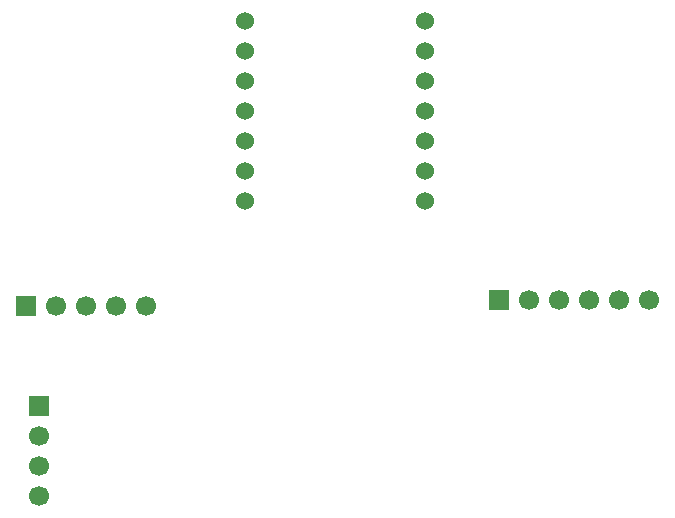
<source format=gbr>
%TF.GenerationSoftware,KiCad,Pcbnew,9.0.2*%
%TF.CreationDate,2025-07-07T13:49:35+02:00*%
%TF.ProjectId,Particulate_matters,50617274-6963-4756-9c61-74655f6d6174,rev?*%
%TF.SameCoordinates,Original*%
%TF.FileFunction,Soldermask,Bot*%
%TF.FilePolarity,Negative*%
%FSLAX46Y46*%
G04 Gerber Fmt 4.6, Leading zero omitted, Abs format (unit mm)*
G04 Created by KiCad (PCBNEW 9.0.2) date 2025-07-07 13:49:35*
%MOMM*%
%LPD*%
G01*
G04 APERTURE LIST*
%ADD10R,1.700000X1.700000*%
%ADD11C,1.700000*%
%ADD12C,1.524000*%
G04 APERTURE END LIST*
D10*
%TO.C,U5*%
X77470000Y-91440000D03*
D11*
X77470000Y-93980000D03*
X77470000Y-96520000D03*
X77470000Y-99060000D03*
%TD*%
D10*
%TO.C,U2*%
X76380000Y-83000000D03*
D11*
X78920000Y-83000000D03*
X81460000Y-83000000D03*
X84000000Y-83000000D03*
X86540000Y-83000000D03*
%TD*%
D12*
%TO.C,U1*%
X94874000Y-58908750D03*
X94874000Y-61448750D03*
X94874000Y-63988750D03*
X94874000Y-66528750D03*
X94874000Y-69068750D03*
X94874000Y-71608750D03*
X94874000Y-74148750D03*
X110114000Y-74148750D03*
X110114000Y-71608750D03*
X110114000Y-69068750D03*
X110114000Y-66528750D03*
X110114000Y-63988750D03*
X110114000Y-61448750D03*
X110114000Y-58908750D03*
%TD*%
D10*
%TO.C,U4*%
X116420000Y-82500000D03*
D11*
X118960000Y-82500000D03*
X121500000Y-82500000D03*
X124040000Y-82500000D03*
X126580000Y-82500000D03*
X129120000Y-82500000D03*
%TD*%
M02*

</source>
